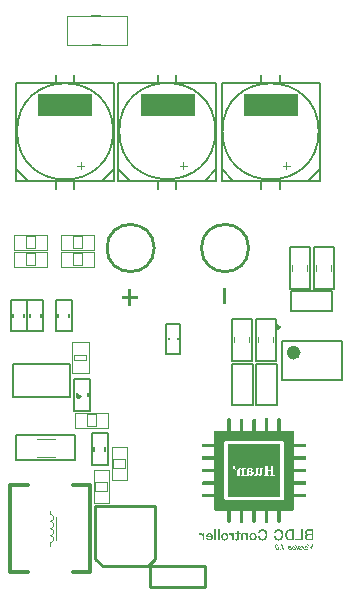
<source format=gbo>
G04*
G04 #@! TF.GenerationSoftware,Altium Limited,Altium Designer,21.3.2 (30)*
G04*
G04 Layer_Color=32896*
%FSTAX24Y24*%
%MOIN*%
G70*
G04*
G04 #@! TF.SameCoordinates,BF0EC633-498B-4F46-9C25-626D02BDF3A5*
G04*
G04*
G04 #@! TF.FilePolarity,Positive*
G04*
G01*
G75*
%ADD11C,0.0100*%
%ADD13C,0.0079*%
%ADD14C,0.0039*%
%ADD16C,0.0040*%
%ADD17C,0.0050*%
%ADD18C,0.0118*%
%ADD45C,0.0236*%
%ADD121C,0.0098*%
%ADD122R,0.1801X0.0768*%
G36*
X043621Y025375D02*
X043649D01*
Y025361D01*
X043664D01*
Y024967D01*
X04396D01*
Y025333D01*
X043974D01*
Y025347D01*
X043988D01*
Y025361D01*
X044058D01*
Y025347D01*
X044072D01*
Y025319D01*
X044086D01*
Y024967D01*
X044382D01*
Y025333D01*
X044397D01*
Y025347D01*
X044411D01*
Y025361D01*
X044467D01*
Y025347D01*
X044495D01*
Y024967D01*
X044791D01*
Y024981D01*
X044805D01*
Y025305D01*
X044791D01*
Y025333D01*
X044805D01*
Y025361D01*
X044819D01*
Y025375D01*
X04489D01*
Y025361D01*
X044904D01*
Y025347D01*
X044918D01*
Y024967D01*
X045214D01*
Y025347D01*
X045228D01*
Y025361D01*
X045242D01*
Y025375D01*
X045313D01*
Y025361D01*
X045327D01*
Y024967D01*
X04575D01*
Y024953D01*
X045764D01*
Y024938D01*
X045778D01*
Y024516D01*
X046173D01*
Y024501D01*
X046187D01*
Y024431D01*
X046173D01*
Y024417D01*
X046159D01*
Y024403D01*
X045778D01*
Y024107D01*
X046159D01*
Y024093D01*
X046173D01*
Y024079D01*
X046187D01*
Y024008D01*
X046173D01*
Y023994D01*
X045778D01*
Y023698D01*
X046116D01*
Y023684D01*
X046159D01*
Y02367D01*
X046173D01*
Y023599D01*
X046159D01*
Y023585D01*
X046144D01*
Y023571D01*
X045778D01*
Y023275D01*
X046159D01*
Y023261D01*
X046173D01*
Y023247D01*
X046187D01*
Y023176D01*
X046173D01*
Y023162D01*
X045792D01*
Y023148D01*
X045778D01*
Y022866D01*
X045792D01*
Y022852D01*
X046116D01*
Y022866D01*
X046144D01*
Y022852D01*
X046173D01*
Y022838D01*
X046187D01*
Y022768D01*
X046173D01*
Y022754D01*
X046159D01*
Y022739D01*
X045778D01*
Y022331D01*
X045764D01*
Y022303D01*
X045736D01*
Y022288D01*
X045327D01*
Y021908D01*
X045313D01*
Y021894D01*
X045299D01*
Y02188D01*
X045242D01*
Y021894D01*
X045228D01*
Y021908D01*
X045214D01*
Y022288D01*
X044918D01*
Y021908D01*
X044904D01*
Y021894D01*
X04489D01*
Y02188D01*
X044834D01*
Y021894D01*
X044805D01*
Y021922D01*
X044791D01*
Y02195D01*
X044805D01*
Y022274D01*
X044791D01*
Y022288D01*
X044495D01*
Y021922D01*
X044481D01*
Y021908D01*
X044467D01*
Y021894D01*
X044411D01*
Y021908D01*
X044397D01*
Y021922D01*
X044382D01*
Y022288D01*
X044086D01*
Y021922D01*
X044072D01*
Y021894D01*
X044044D01*
Y02188D01*
X044002D01*
Y021894D01*
X043974D01*
Y021922D01*
X04396D01*
Y022288D01*
X043664D01*
Y021908D01*
X043649D01*
Y021894D01*
X043635D01*
Y02188D01*
X043579D01*
Y021894D01*
X043565D01*
Y021908D01*
X043551D01*
Y022288D01*
X043156D01*
Y022303D01*
X043128D01*
Y022317D01*
X043114D01*
Y022331D01*
X0431D01*
Y022401D01*
Y022415D01*
Y022739D01*
X042719D01*
Y022754D01*
X042705D01*
Y022768D01*
X042691D01*
Y022838D01*
X042705D01*
Y022852D01*
X0431D01*
Y023148D01*
X042747D01*
Y023162D01*
X042719D01*
Y023191D01*
X042705D01*
Y023233D01*
X042719D01*
Y023261D01*
X042747D01*
Y023275D01*
X0431D01*
Y023571D01*
X042747D01*
Y023585D01*
X042719D01*
Y023613D01*
X042705D01*
Y023656D01*
X042719D01*
Y02367D01*
X042733D01*
Y023684D01*
X042761D01*
Y023698D01*
X0431D01*
Y023994D01*
X042719D01*
Y024008D01*
X042705D01*
Y024022D01*
X042691D01*
Y024079D01*
X042705D01*
Y024093D01*
X042719D01*
Y024107D01*
X0431D01*
Y024403D01*
X042733D01*
Y024417D01*
X042705D01*
Y024431D01*
X042691D01*
Y024487D01*
X042705D01*
Y024501D01*
X042719D01*
Y024516D01*
X0431D01*
Y024924D01*
X043114D01*
Y024953D01*
X043128D01*
Y024967D01*
X043551D01*
Y025361D01*
X043565D01*
Y025375D01*
X043593D01*
Y02539D01*
X043621D01*
Y025375D01*
D02*
G37*
G36*
X04349Y02919D02*
X043395D01*
Y02973D01*
X04349D01*
Y02919D01*
D02*
G37*
G36*
X040348Y029452D02*
X04057D01*
Y029352D01*
X040348D01*
Y02913D01*
X040253D01*
Y029352D01*
X040031D01*
Y029452D01*
X040253D01*
Y029674D01*
X040348D01*
Y029452D01*
D02*
G37*
G36*
X045852Y021134D02*
X045826D01*
X045815Y021167D01*
X045841D01*
X045852Y021134D01*
D02*
G37*
G36*
X046381Y020981D02*
X046358D01*
X046222Y021169D01*
X046252D01*
X046356Y021022D01*
X04636Y021169D01*
X04639D01*
X046381Y020981D01*
D02*
G37*
G36*
X046174Y021107D02*
X046178Y021107D01*
X046182Y021106D01*
X046187Y021105D01*
X046194Y021103D01*
X046198Y021101D01*
X046201Y0211D01*
X046204Y021098D01*
X046206Y021097D01*
X046209Y021096D01*
X046211Y021095D01*
X046212Y021093D01*
X046213Y021093D01*
X046214Y021092D01*
X046214Y021092D01*
X046219Y021088D01*
X046223Y021085D01*
X046227Y02108D01*
X04623Y021077D01*
X046234Y021073D01*
X046236Y021068D01*
X046239Y021065D01*
X046241Y021061D01*
X046243Y021057D01*
X046245Y021054D01*
X046246Y021051D01*
X046247Y021049D01*
X046248Y021047D01*
X046249Y021045D01*
X046249Y021044D01*
Y021044D01*
X046251Y021038D01*
X046252Y021033D01*
X046253Y021028D01*
X046254Y021024D01*
Y02102D01*
Y021016D01*
X046253Y021012D01*
X046253Y021009D01*
X046252Y021006D01*
X046251Y021004D01*
X04625Y021002D01*
X04625Y021D01*
X046249Y020998D01*
X046248Y020997D01*
X046248Y020997D01*
Y020997D01*
X046246Y020994D01*
X046243Y020991D01*
X04624Y020989D01*
X046238Y020987D01*
X046234Y020985D01*
X046231Y020984D01*
X046225Y020982D01*
X046219Y020981D01*
X046217Y020981D01*
X046215Y02098D01*
X046213Y02098D01*
X04621D01*
X046206Y02098D01*
X046201Y020981D01*
X046193Y020982D01*
X046189Y020983D01*
X046185Y020985D01*
X046182Y020986D01*
X046178Y020987D01*
X046176Y020988D01*
X046173Y02099D01*
X046171Y020991D01*
X046169Y020992D01*
X046168Y020993D01*
X046166Y020994D01*
X046166Y020994D01*
X046166Y020994D01*
X046163Y020996D01*
X04616Y020999D01*
X046156Y021004D01*
X046152Y021009D01*
X046148Y021015D01*
X046144Y02102D01*
X046143Y021022D01*
X046142Y021024D01*
X046141Y021025D01*
X04614Y021026D01*
X04614Y021027D01*
X04614Y021027D01*
X046169D01*
X04617Y021024D01*
X046172Y02102D01*
X046174Y021017D01*
X046176Y021014D01*
X046178Y021013D01*
X04618Y021011D01*
X046181Y02101D01*
X046181Y02101D01*
X046184Y021008D01*
X046188Y021007D01*
X046191Y021005D01*
X046194Y021005D01*
X046197Y021004D01*
X0462Y021004D01*
X046202D01*
X046207Y021004D01*
X046211Y021005D01*
X046214Y021007D01*
X046217Y021009D01*
X046219Y02101D01*
X04622Y021012D01*
X046221Y021013D01*
X046221Y021013D01*
X046222Y021015D01*
X046223Y021017D01*
X046224Y021021D01*
Y021026D01*
X046224Y021031D01*
X046223Y021035D01*
X046223Y021037D01*
X046222Y021038D01*
X046222Y021039D01*
X046222Y02104D01*
X046222Y021041D01*
Y021041D01*
X046136D01*
X046134Y021047D01*
X046133Y021053D01*
X046132Y021059D01*
X046131Y021063D01*
X046131Y021068D01*
Y021072D01*
Y021076D01*
X046131Y021079D01*
X046132Y021082D01*
X046132Y021084D01*
X046133Y021086D01*
X046133Y021088D01*
X046134Y021089D01*
X046134Y02109D01*
X046135Y021091D01*
Y021091D01*
X046137Y021094D01*
X046139Y021097D01*
X046142Y021099D01*
X046145Y021101D01*
X046147Y021102D01*
X046151Y021104D01*
X046156Y021106D01*
X046161Y021107D01*
X046163Y021107D01*
X046165Y021107D01*
X046167Y021108D01*
X046169D01*
X046174Y021107D01*
D02*
G37*
G36*
X045368Y021166D02*
X045371Y021162D01*
X045373Y021158D01*
X045376Y021155D01*
X045379Y021153D01*
X045381Y021151D01*
X045382Y02115D01*
X045383Y021149D01*
X045383D01*
X045387Y021147D01*
X045391Y021145D01*
X045395Y021143D01*
X045399Y021142D01*
X045402Y021142D01*
X045404Y021142D01*
X045405Y021141D01*
X045419D01*
X045425Y021123D01*
X045393D01*
X045441Y020983D01*
X045411D01*
X045347Y021171D01*
X045365D01*
X045368Y021166D01*
D02*
G37*
G36*
X04601Y021107D02*
X046016Y021107D01*
X046021Y021106D01*
X046027Y021105D01*
X046031Y021104D01*
X046036Y021102D01*
X04604Y021101D01*
X046044Y021099D01*
X046048Y021097D01*
X046051Y021096D01*
X046054Y021094D01*
X046056Y021093D01*
X046058Y021091D01*
X046059Y021091D01*
X04606Y02109D01*
X04606Y02109D01*
X046063Y021087D01*
X046066Y021085D01*
X046068Y021083D01*
X046069Y02108D01*
X04607Y021079D01*
X046071Y021077D01*
X046072Y021076D01*
X046072Y021076D01*
X046062Y021105D01*
X046089D01*
X04613Y020982D01*
X046104D01*
X046082Y021045D01*
X046079Y021049D01*
X046076Y021053D01*
X046072Y021057D01*
X046068Y02106D01*
X046065Y021063D01*
X046062Y021065D01*
X046061Y021066D01*
X046061Y021067D01*
X04606Y021067D01*
X04606D01*
X046056Y02107D01*
X046053Y021072D01*
X04605Y021073D01*
X046048Y021075D01*
X046042Y021077D01*
X046037Y021079D01*
X046034Y021079D01*
X046032Y02108D01*
X04603Y02108D01*
X046029Y02108D01*
X046028D01*
X046023Y02108D01*
X046021Y02108D01*
X046018D01*
X046016Y021079D01*
X046015Y021079D01*
X046014Y021079D01*
X046014D01*
X046004Y021108D01*
X04601Y021107D01*
D02*
G37*
G36*
X045904Y020982D02*
X045877D01*
X045836Y021105D01*
X045862D01*
X045904Y020982D01*
D02*
G37*
G36*
X045605Y021107D02*
X04561Y021107D01*
X045614Y021106D01*
X045618Y021104D01*
X045622Y021102D01*
X045626Y0211D01*
X045629Y021098D01*
X045632Y021096D01*
X045635Y021094D01*
X045638Y021092D01*
X045641Y02109D01*
X045643Y021088D01*
X045644Y021087D01*
X045645Y021085D01*
X045646Y021085D01*
X045646Y021084D01*
X045639Y021105D01*
X045666D01*
X045708Y020982D01*
X045681D01*
X04566Y021044D01*
X045659Y021047D01*
X045657Y02105D01*
X045654Y021056D01*
X045649Y021061D01*
X045645Y021066D01*
X045641Y02107D01*
X045639Y021072D01*
X045638Y021073D01*
X045636Y021074D01*
X045635Y021075D01*
X045635Y021075D01*
X045634Y021076D01*
X04563Y021079D01*
X045625Y021081D01*
X045621Y021083D01*
X045618Y021084D01*
X045616Y021085D01*
X045614Y021085D01*
X045613Y021085D01*
X045612D01*
X045608Y021085D01*
X045605Y021085D01*
X045603Y021084D01*
X045601Y021083D01*
X0456Y021081D01*
X045599Y02108D01*
X045598Y02108D01*
X045598Y02108D01*
X045597Y021078D01*
X045596Y021075D01*
X045596Y021073D01*
Y021071D01*
X045596Y021069D01*
X045597Y021067D01*
X045597Y021066D01*
Y021066D01*
X045626Y020982D01*
X045599D01*
X045568Y021072D01*
X045567Y021077D01*
X045567Y021081D01*
X045567Y021085D01*
X045568Y021088D01*
X045568Y021091D01*
X045569Y021092D01*
X04557Y021094D01*
X04557Y021094D01*
X045572Y021097D01*
X045574Y021099D01*
X045576Y021101D01*
X045579Y021102D01*
X045584Y021104D01*
X045589Y021106D01*
X045594Y021107D01*
X045596Y021107D01*
X045598Y021107D01*
X045599Y021108D01*
X045601D01*
X045605Y021107D01*
D02*
G37*
G36*
X045348Y020982D02*
X045318D01*
X045308Y021011D01*
X045338D01*
X045348Y020982D01*
D02*
G37*
G36*
X045177Y021171D02*
X045182Y02117D01*
X045186Y021169D01*
X04519Y021169D01*
X045197Y021166D01*
X045201Y021165D01*
X045204Y021163D01*
X045207Y021162D01*
X045209Y02116D01*
X045212Y021159D01*
X045214Y021158D01*
X045215Y021157D01*
X045216Y021156D01*
X045217Y021156D01*
X045217Y021155D01*
X045223Y021151D01*
X045228Y021146D01*
X045232Y021141D01*
X045237Y021135D01*
X045241Y02113D01*
X045245Y021124D01*
X045248Y021118D01*
X045251Y021113D01*
X045254Y021107D01*
X045256Y021102D01*
X045258Y021098D01*
X04526Y021094D01*
X045261Y021091D01*
X045262Y021088D01*
X045262Y021087D01*
X045263Y021086D01*
Y021086D01*
X04527Y021065D01*
X045273Y021056D01*
X045275Y021049D01*
X045276Y021041D01*
X045277Y021035D01*
X045277Y021028D01*
Y021023D01*
X045277Y021018D01*
X045277Y021013D01*
X045276Y021009D01*
X045275Y021006D01*
X045274Y021003D01*
X045273Y021001D01*
X045273Y020999D01*
X045272Y020998D01*
X045272Y020997D01*
X045271Y020997D01*
X045269Y020994D01*
X045267Y020991D01*
X045264Y020989D01*
X045262Y020988D01*
X045259Y020986D01*
X045256Y020985D01*
X045251Y020983D01*
X045246Y020982D01*
X045244Y020982D01*
X045241Y020981D01*
X04524Y020981D01*
X045238D01*
X045233Y020981D01*
X045229Y020982D01*
X045225Y020983D01*
X045221Y020984D01*
X045213Y020986D01*
X04521Y020987D01*
X045207Y020989D01*
X045204Y02099D01*
X045201Y020992D01*
X045199Y020993D01*
X045197Y020994D01*
X045196Y020995D01*
X045195Y020996D01*
X045194Y020996D01*
X045194Y020997D01*
X045188Y021001D01*
X045183Y021006D01*
X045178Y021011D01*
X045174Y021016D01*
X04517Y021022D01*
X045166Y021028D01*
X045163Y021034D01*
X04516Y021039D01*
X045157Y021044D01*
X045155Y021049D01*
X045153Y021053D01*
X045151Y021057D01*
X04515Y021061D01*
X045149Y021063D01*
X045149Y021064D01*
X045148Y021065D01*
X045141Y021086D01*
X045138Y021095D01*
X045136Y021103D01*
X045135Y02111D01*
X045134Y021117D01*
X045134Y021123D01*
X045133Y021129D01*
X045134Y021134D01*
X045134Y021139D01*
X045135Y021142D01*
X045136Y021146D01*
X045137Y021149D01*
X045137Y021151D01*
X045138Y021153D01*
X045139Y021154D01*
X045139Y021155D01*
X045139Y021155D01*
X045142Y021158D01*
X045144Y021161D01*
X045146Y021163D01*
X045149Y021164D01*
X045152Y021166D01*
X045155Y021167D01*
X04516Y021169D01*
X045165Y02117D01*
X045167Y02117D01*
X045169Y021171D01*
X045171Y021171D01*
X045173D01*
X045177Y021171D01*
D02*
G37*
G36*
X045947Y021107D02*
X045952Y021107D01*
X04596Y021106D01*
X045967Y021103D01*
X04597Y021102D01*
X045973Y021101D01*
X045976Y0211D01*
X045978Y021099D01*
X04598Y021097D01*
X045982Y021096D01*
X045983Y021096D01*
X045984Y021095D01*
X045985Y021095D01*
X045985Y021094D01*
X04599Y02109D01*
X045994Y021086D01*
X045997Y021082D01*
X046Y021078D01*
X046002Y021074D01*
X046003Y021072D01*
X046003Y021071D01*
X046004Y02107D01*
X046004Y021069D01*
Y021069D01*
X046004Y021067D01*
X046005Y021065D01*
X046005Y021061D01*
X046005Y021057D01*
X046004Y021054D01*
X046003Y021051D01*
X046002Y021049D01*
X046001Y021048D01*
X046001Y021047D01*
X045999Y021045D01*
X045997Y021043D01*
X045995Y021042D01*
X045992Y02104D01*
X04599Y021039D01*
X045988Y021039D01*
X045987Y021038D01*
X045986Y021038D01*
X045983Y021037D01*
X045979Y021036D01*
X045974Y021034D01*
X04597Y021033D01*
X045966Y021032D01*
X045964Y021032D01*
X045963Y021031D01*
X045962Y021031D01*
X045961Y021031D01*
X04596Y02103D01*
X04596D01*
X045957Y02103D01*
X045955Y021029D01*
X045953Y021028D01*
X045952Y021027D01*
X045951Y021026D01*
X04595Y021025D01*
X04595Y021025D01*
Y021025D01*
X045949Y021023D01*
X045948Y021022D01*
X045948Y021021D01*
X045947Y02102D01*
X045948Y021018D01*
Y021018D01*
Y021017D01*
X045948Y021016D01*
X045949Y021014D01*
X045951Y021011D01*
X045952Y02101D01*
X045953Y021009D01*
X045954Y021009D01*
X045954Y021009D01*
X045957Y021007D01*
X045961Y021005D01*
X045965Y021004D01*
X045969Y021004D01*
X045973Y021003D01*
X045975Y021003D01*
X045978D01*
X045983Y021003D01*
X045987Y021004D01*
X04599Y021005D01*
X045992Y021007D01*
X045994Y021008D01*
X045995Y021009D01*
X045996Y02101D01*
X045996Y02101D01*
X045997Y021012D01*
X045997Y021014D01*
Y021016D01*
Y021019D01*
X045997Y021021D01*
X045996Y021023D01*
X045996Y021024D01*
Y021024D01*
X046022D01*
X046023Y021021D01*
X046024Y021017D01*
X046025Y021014D01*
X046025Y021011D01*
Y021006D01*
X046024Y021001D01*
X046024Y020998D01*
X046023Y020995D01*
X046022Y020995D01*
X046022Y020994D01*
X046022Y020994D01*
Y020993D01*
X04602Y020991D01*
X046017Y020989D01*
X046015Y020987D01*
X046012Y020986D01*
X046006Y020983D01*
X046Y020982D01*
X045994Y020981D01*
X045992Y020981D01*
X045989Y02098D01*
X045988Y02098D01*
X045985D01*
X04598Y02098D01*
X045975Y020981D01*
X045971Y020981D01*
X045966Y020982D01*
X045962Y020983D01*
X045959Y020984D01*
X045955Y020985D01*
X045952Y020987D01*
X045949Y020988D01*
X045947Y020989D01*
X045945Y02099D01*
X045943Y020991D01*
X045941Y020992D01*
X04594Y020993D01*
X04594Y020993D01*
X045939Y020993D01*
X045934Y020998D01*
X04593Y021002D01*
X045926Y021006D01*
X045924Y02101D01*
X045922Y021014D01*
X045921Y021016D01*
X04592Y021017D01*
X04592Y021018D01*
X04592Y021018D01*
Y021019D01*
X045918Y021023D01*
X045918Y021027D01*
X045918Y021031D01*
X045919Y021034D01*
X04592Y021037D01*
X04592Y021039D01*
X045921Y02104D01*
X045921Y02104D01*
X045923Y021042D01*
X045924Y021043D01*
X045928Y021046D01*
X04593Y021047D01*
X045931Y021048D01*
X045932Y021048D01*
X045933Y021048D01*
X045936Y02105D01*
X045939Y021051D01*
X045943Y021052D01*
X045946Y021053D01*
X045949Y021054D01*
X045952Y021054D01*
X045953Y021054D01*
X045953Y021055D01*
X045954D01*
X045957Y021056D01*
X04596Y021056D01*
X045963Y021058D01*
X045965Y021058D01*
X045967Y021059D01*
X045969Y02106D01*
X045971Y021061D01*
X045972Y021061D01*
X045974Y021062D01*
X045975Y021063D01*
X045975Y021063D01*
X045976Y021064D01*
X045976Y021065D01*
Y021067D01*
X045976Y021068D01*
Y021069D01*
Y021069D01*
X045975Y021071D01*
X045974Y021073D01*
X045972Y021076D01*
X045971Y021077D01*
X04597Y021078D01*
X045969Y021078D01*
X045968Y021079D01*
X045966Y02108D01*
X045963Y021082D01*
X04596Y021083D01*
X045957Y021084D01*
X045955Y021084D01*
X045953Y021084D01*
X045949D01*
X045946Y021084D01*
X045942Y021084D01*
X045939Y021083D01*
X045936Y021081D01*
X045934Y02108D01*
X045933Y021079D01*
X045933Y021079D01*
X045932Y021079D01*
X045932Y021078D01*
Y021076D01*
Y021074D01*
Y021072D01*
X045932Y021071D01*
X045932Y021069D01*
X045933Y021068D01*
Y021067D01*
X045906D01*
X045905Y021071D01*
X045904Y021073D01*
X045904Y021079D01*
X045904Y021084D01*
X045905Y021088D01*
X045906Y021091D01*
X045907Y021093D01*
X045908Y021095D01*
X045908Y021095D01*
X04591Y021098D01*
X045912Y021099D01*
X045914Y021101D01*
X045917Y021102D01*
X045923Y021105D01*
X045928Y021106D01*
X045934Y021107D01*
X045936Y021107D01*
X045938D01*
X04594Y021108D01*
X045943D01*
X045947Y021107D01*
D02*
G37*
G36*
X045754D02*
X045759Y021107D01*
X045763Y021106D01*
X045767Y021105D01*
X045775Y021102D01*
X045779Y021101D01*
X045782Y021099D01*
X045785Y021098D01*
X045788Y021096D01*
X045791Y021095D01*
X045793Y021093D01*
X045794Y021092D01*
X045795Y021092D01*
X045796Y021091D01*
X045796Y021091D01*
X045801Y021087D01*
X045805Y021084D01*
X045809Y02108D01*
X045812Y021076D01*
X045815Y021072D01*
X045818Y021068D01*
X045821Y021064D01*
X045823Y02106D01*
X045825Y021057D01*
X045827Y021054D01*
X045828Y021051D01*
X045829Y021049D01*
X04583Y021047D01*
X045831Y021045D01*
X045831Y021044D01*
Y021044D01*
X045833Y021038D01*
X045834Y021034D01*
X045835Y021029D01*
X045835Y021024D01*
Y02102D01*
X045835Y021016D01*
X045834Y021013D01*
X045834Y02101D01*
X045833Y021007D01*
X045832Y021004D01*
X045831Y021002D01*
X04583Y021D01*
X04583Y020999D01*
X045829Y020997D01*
X045829Y020997D01*
X045828Y020997D01*
X045826Y020994D01*
X045824Y020991D01*
X045821Y020989D01*
X045818Y020987D01*
X045815Y020985D01*
X045812Y020984D01*
X045807Y020982D01*
X045801Y020981D01*
X045799Y020981D01*
X045797Y02098D01*
X045795Y02098D01*
X045793D01*
X045788Y02098D01*
X045784Y020981D01*
X04578Y020982D01*
X045775Y020983D01*
X045768Y020985D01*
X045764Y020987D01*
X04576Y020988D01*
X045757Y02099D01*
X045755Y020991D01*
X045752Y020993D01*
X04575Y020994D01*
X045749Y020995D01*
X045747Y020996D01*
X045747Y020996D01*
X045746Y020997D01*
X045742Y021D01*
X045738Y021004D01*
X045734Y021008D01*
X04573Y021012D01*
X045727Y021016D01*
X045724Y02102D01*
X045722Y021024D01*
X04572Y021027D01*
X045718Y02103D01*
X045716Y021034D01*
X045715Y021037D01*
X045713Y021039D01*
X045713Y021041D01*
X045712Y021042D01*
X045712Y021043D01*
Y021044D01*
X04571Y021049D01*
X045709Y021054D01*
X045708Y021059D01*
X045708Y021063D01*
Y021067D01*
X045708Y021071D01*
X045709Y021075D01*
X045709Y021078D01*
X04571Y021081D01*
X045711Y021084D01*
X045712Y021086D01*
X045712Y021088D01*
X045713Y021089D01*
X045714Y02109D01*
X045714Y021091D01*
X045714Y021091D01*
X045717Y021094D01*
X045719Y021097D01*
X045722Y021099D01*
X045724Y021101D01*
X045727Y021102D01*
X04573Y021104D01*
X045736Y021106D01*
X045741Y021107D01*
X045744Y021107D01*
X045746Y021107D01*
X045747Y021108D01*
X04575D01*
X045754Y021107D01*
D02*
G37*
G36*
X04527Y021679D02*
X045282Y021678D01*
X045292Y021676D01*
X045303Y021673D01*
X045312Y02167D01*
X045321Y021667D01*
X045329Y021663D01*
X045337Y021659D01*
X045343Y021655D01*
X045349Y021651D01*
X045354Y021648D01*
X045358Y021645D01*
X045362Y021642D01*
X045364Y02164D01*
X045365Y021639D01*
X045366Y021638D01*
X045376Y021627D01*
X045384Y021616D01*
X045391Y021604D01*
X045397Y021592D01*
X045403Y021579D01*
X045407Y021567D01*
X045411Y021554D01*
X045414Y021543D01*
X045416Y021532D01*
X045417Y021522D01*
X045419Y021512D01*
X045419Y021505D01*
X04542Y021498D01*
X04542Y021493D01*
Y02149D01*
Y021489D01*
Y021489D01*
X04542Y021472D01*
X045418Y021456D01*
X045415Y021441D01*
X045412Y021426D01*
X045408Y021413D01*
X045403Y021401D01*
X045398Y02139D01*
X045393Y02138D01*
X045388Y021371D01*
X045383Y021363D01*
X045379Y021357D01*
X045374Y021352D01*
X045371Y021347D01*
X045368Y021344D01*
X045366Y021342D01*
X045366Y021341D01*
X045358Y021334D01*
X04535Y021328D01*
X04534Y021322D01*
X045332Y021317D01*
X045322Y021313D01*
X045314Y02131D01*
X045305Y021307D01*
X045296Y021305D01*
X045289Y021304D01*
X045281Y021302D01*
X045275Y021302D01*
X045269Y021301D01*
X045264D01*
X045261Y0213D01*
X045258D01*
X045245Y021301D01*
X045234Y021302D01*
X045223Y021304D01*
X045212Y021306D01*
X045203Y021309D01*
X045193Y021312D01*
X045186Y021315D01*
X045179Y021319D01*
X045172Y021322D01*
X045166Y021326D01*
X045162Y021329D01*
X045158Y021332D01*
X045155Y021334D01*
X045153Y021336D01*
X045152Y021337D01*
X045151Y021337D01*
X045143Y021345D01*
X045137Y021354D01*
X045132Y021364D01*
X045127Y021373D01*
X045123Y021384D01*
X045119Y021394D01*
X045116Y021404D01*
X045113Y021413D01*
X045111Y021422D01*
X04511Y021431D01*
X045109Y021438D01*
X045108Y021445D01*
X045108Y02145D01*
X045107Y021455D01*
Y021457D01*
Y021458D01*
X045169D01*
X045169Y021447D01*
X04517Y021438D01*
X045172Y021429D01*
X045174Y02142D01*
X045176Y021413D01*
X045178Y021406D01*
X04518Y021399D01*
X045183Y021393D01*
X045186Y021389D01*
X045188Y021384D01*
X04519Y021381D01*
X045192Y021378D01*
X045194Y021375D01*
X045196Y021374D01*
X045197Y021373D01*
X045197Y021372D01*
X045201Y021368D01*
X045206Y021365D01*
X045216Y02136D01*
X045226Y021356D01*
X045236Y021353D01*
X045244Y021352D01*
X045249Y021351D01*
X045252D01*
X045255Y02135D01*
X045258D01*
X045265Y021351D01*
X045272Y021352D01*
X045284Y021355D01*
X045295Y021359D01*
X045304Y021364D01*
X045312Y021368D01*
X045315Y02137D01*
X045317Y021372D01*
X045319Y021374D01*
X045321Y021375D01*
X045321Y021376D01*
X045322Y021377D01*
X045328Y021384D01*
X045334Y021392D01*
X045339Y0214D01*
X045343Y021409D01*
X045346Y021419D01*
X04535Y021428D01*
X045352Y021437D01*
X045354Y021446D01*
X045355Y021455D01*
X045356Y021463D01*
X045357Y02147D01*
X045358Y021476D01*
X045358Y021482D01*
Y021485D01*
Y021488D01*
Y021489D01*
X045358Y021502D01*
X045357Y021515D01*
X045355Y021527D01*
X045353Y021538D01*
X04535Y021548D01*
X045347Y021558D01*
X045343Y021566D01*
X04534Y021573D01*
X045337Y02158D01*
X045333Y021586D01*
X04533Y02159D01*
X045328Y021594D01*
X045326Y021597D01*
X045324Y021599D01*
X045322Y0216D01*
X045322Y021601D01*
X045317Y021606D01*
X045311Y02161D01*
X045306Y021614D01*
X0453Y021617D01*
X045289Y021622D01*
X04528Y021625D01*
X045271Y021627D01*
X045267Y021628D01*
X045264Y021628D01*
X045262Y021629D01*
X045252D01*
X045246Y021628D01*
X045235Y021625D01*
X045226Y021621D01*
X045217Y021617D01*
X04521Y021613D01*
X045205Y021609D01*
X045204Y021607D01*
X045202Y021606D01*
X045202Y021605D01*
X045201Y021605D01*
X045197Y021601D01*
X045194Y021596D01*
X045188Y021585D01*
X045183Y021574D01*
X04518Y021563D01*
X045178Y021552D01*
X045177Y021548D01*
X045176Y021544D01*
X045176Y021541D01*
X045175Y021538D01*
Y021537D01*
Y021536D01*
X045113D01*
X045114Y021548D01*
X045116Y02156D01*
X045118Y021571D01*
X045121Y021581D01*
X045124Y02159D01*
X045128Y021599D01*
X045131Y021607D01*
X045135Y021614D01*
X045139Y021621D01*
X045142Y021626D01*
X045146Y021631D01*
X045149Y021635D01*
X045152Y021638D01*
X045154Y02164D01*
X045155Y021642D01*
X045155Y021642D01*
X045162Y021649D01*
X04517Y021654D01*
X045179Y02166D01*
X045187Y021664D01*
X045196Y021668D01*
X045204Y021671D01*
X045213Y021673D01*
X045221Y021675D01*
X045229Y021677D01*
X045236Y021678D01*
X045242Y021679D01*
X045248Y021679D01*
X045252Y02168D01*
X045258D01*
X04527Y021679D01*
D02*
G37*
G36*
X044736D02*
X044747Y021678D01*
X044758Y021676D01*
X044768Y021673D01*
X044778Y02167D01*
X044786Y021667D01*
X044795Y021663D01*
X044802Y021659D01*
X044809Y021655D01*
X044815Y021651D01*
X04482Y021648D01*
X044824Y021645D01*
X044827Y021642D01*
X044829Y02164D01*
X044831Y021639D01*
X044831Y021638D01*
X044841Y021627D01*
X044849Y021616D01*
X044857Y021604D01*
X044863Y021592D01*
X044868Y021579D01*
X044873Y021567D01*
X044876Y021554D01*
X044879Y021543D01*
X044881Y021532D01*
X044883Y021522D01*
X044884Y021512D01*
X044885Y021505D01*
X044885Y021498D01*
X044886Y021493D01*
Y02149D01*
Y021489D01*
Y021489D01*
X044885Y021472D01*
X044883Y021456D01*
X044881Y021441D01*
X044877Y021426D01*
X044873Y021413D01*
X044869Y021401D01*
X044863Y02139D01*
X044858Y02138D01*
X044853Y021371D01*
X044849Y021363D01*
X044844Y021357D01*
X04484Y021352D01*
X044836Y021347D01*
X044834Y021344D01*
X044832Y021342D01*
X044831Y021341D01*
X044823Y021334D01*
X044815Y021328D01*
X044806Y021322D01*
X044797Y021317D01*
X044788Y021313D01*
X044779Y02131D01*
X044771Y021307D01*
X044762Y021305D01*
X044754Y021304D01*
X044747Y021302D01*
X044741Y021302D01*
X044735Y021301D01*
X04473D01*
X044727Y0213D01*
X044724D01*
X044711Y021301D01*
X044699Y021302D01*
X044688Y021304D01*
X044677Y021306D01*
X044668Y021309D01*
X044659Y021312D01*
X044651Y021315D01*
X044644Y021319D01*
X044638Y021322D01*
X044632Y021326D01*
X044627Y021329D01*
X044624Y021332D01*
X044621Y021334D01*
X044618Y021336D01*
X044617Y021337D01*
X044617Y021337D01*
X044609Y021345D01*
X044603Y021354D01*
X044597Y021364D01*
X044592Y021373D01*
X044588Y021384D01*
X044585Y021394D01*
X044581Y021404D01*
X044579Y021413D01*
X044577Y021422D01*
X044576Y021431D01*
X044574Y021438D01*
X044574Y021445D01*
X044573Y02145D01*
X044573Y021455D01*
Y021457D01*
Y021458D01*
X044634D01*
X044635Y021447D01*
X044636Y021438D01*
X044637Y021429D01*
X044639Y02142D01*
X044641Y021413D01*
X044643Y021406D01*
X044646Y021399D01*
X044648Y021393D01*
X044651Y021389D01*
X044654Y021384D01*
X044656Y021381D01*
X044658Y021378D01*
X04466Y021375D01*
X044662Y021374D01*
X044662Y021373D01*
X044663Y021372D01*
X044667Y021368D01*
X044671Y021365D01*
X044681Y02136D01*
X044692Y021356D01*
X044701Y021353D01*
X04471Y021352D01*
X044714Y021351D01*
X044717D01*
X04472Y02135D01*
X044724D01*
X044731Y021351D01*
X044738Y021352D01*
X04475Y021355D01*
X04476Y021359D01*
X04477Y021364D01*
X044777Y021368D01*
X04478Y02137D01*
X044783Y021372D01*
X044785Y021374D01*
X044786Y021375D01*
X044787Y021376D01*
X044787Y021377D01*
X044794Y021384D01*
X044799Y021392D01*
X044804Y0214D01*
X044808Y021409D01*
X044812Y021419D01*
X044815Y021428D01*
X044817Y021437D01*
X044819Y021446D01*
X044821Y021455D01*
X044822Y021463D01*
X044823Y02147D01*
X044823Y021476D01*
X044824Y021482D01*
Y021485D01*
Y021488D01*
Y021489D01*
X044823Y021502D01*
X044822Y021515D01*
X04482Y021527D01*
X044818Y021538D01*
X044816Y021548D01*
X044812Y021558D01*
X044809Y021566D01*
X044805Y021573D01*
X044802Y02158D01*
X044799Y021586D01*
X044796Y02159D01*
X044793Y021594D01*
X044791Y021597D01*
X044789Y021599D01*
X044788Y0216D01*
X044787Y021601D01*
X044782Y021606D01*
X044777Y02161D01*
X044771Y021614D01*
X044766Y021617D01*
X044755Y021622D01*
X044745Y021625D01*
X044736Y021627D01*
X044733Y021628D01*
X04473Y021628D01*
X044727Y021629D01*
X044718D01*
X044711Y021628D01*
X044701Y021625D01*
X044691Y021621D01*
X044683Y021617D01*
X044676Y021613D01*
X044671Y021609D01*
X044669Y021607D01*
X044668Y021606D01*
X044667Y021605D01*
X044667Y021605D01*
X044663Y021601D01*
X044659Y021596D01*
X044653Y021585D01*
X044649Y021574D01*
X044646Y021563D01*
X044643Y021552D01*
X044642Y021548D01*
X044642Y021544D01*
X044641Y021541D01*
X044641Y021538D01*
Y021537D01*
Y021536D01*
X044579D01*
X04458Y021548D01*
X044581Y02156D01*
X044583Y021571D01*
X044587Y021581D01*
X04459Y02159D01*
X044593Y021599D01*
X044597Y021607D01*
X044601Y021614D01*
X044604Y021621D01*
X044608Y021626D01*
X044612Y021631D01*
X044615Y021635D01*
X044617Y021638D01*
X044619Y02164D01*
X04462Y021642D01*
X044621Y021642D01*
X044628Y021649D01*
X044636Y021654D01*
X044644Y02166D01*
X044653Y021664D01*
X044662Y021668D01*
X04467Y021671D01*
X044678Y021673D01*
X044687Y021675D01*
X044694Y021677D01*
X044701Y021678D01*
X044707Y021679D01*
X044713Y021679D01*
X044718Y02168D01*
X044724D01*
X044736Y021679D01*
D02*
G37*
G36*
X043942Y021551D02*
X043993D01*
Y021507D01*
X043942D01*
Y02137D01*
X043942Y021365D01*
X043941Y02136D01*
X043939Y021351D01*
X043935Y021342D01*
X043931Y021335D01*
X043927Y021329D01*
X043924Y021324D01*
X043921Y021321D01*
X04392Y021321D01*
Y02132D01*
X043916Y021317D01*
X043911Y021314D01*
X043901Y021309D01*
X04389Y021305D01*
X04388Y021303D01*
X04387Y021301D01*
X043866Y021301D01*
X043862D01*
X043859Y0213D01*
X043855D01*
X043844Y021301D01*
X043834Y021303D01*
X043824Y021305D01*
X043816Y021308D01*
X043809Y02131D01*
X043803Y021313D01*
X043801Y021313D01*
X0438Y021314D01*
X043799Y021315D01*
X043799D01*
Y021363D01*
X04381Y021358D01*
X043821Y021355D01*
X04383Y021352D01*
X043839Y02135D01*
X043846Y021349D01*
X043852Y021348D01*
X043857D01*
X043862Y021349D01*
X043867Y021349D01*
X043872Y02135D01*
X043875Y021352D01*
X043877Y021354D01*
X043879Y021355D01*
X04388Y021355D01*
X04388Y021356D01*
X043883Y021359D01*
X043885Y021362D01*
X043887Y021366D01*
X043888Y021368D01*
X043888Y021371D01*
X043889Y021373D01*
Y021374D01*
Y021375D01*
Y021507D01*
X043817D01*
Y021551D01*
X043889D01*
Y021634D01*
X043942D01*
Y021551D01*
D02*
G37*
G36*
X04296Y021555D02*
X042968Y021554D01*
X042976Y021552D01*
X042984Y02155D01*
X042991Y021548D01*
X042997Y021545D01*
X043004Y021543D01*
X043009Y02154D01*
X043014Y021537D01*
X043018Y021534D01*
X043022Y021531D01*
X043025Y021529D01*
X043027Y021527D01*
X043029Y021525D01*
X04303Y021524D01*
X043031Y021524D01*
X043037Y021517D01*
X043043Y021509D01*
X043048Y021501D01*
X043052Y021493D01*
X043056Y021485D01*
X043059Y021477D01*
X043062Y021469D01*
X043064Y021462D01*
X043065Y021455D01*
X043066Y021448D01*
X043067Y021442D01*
X043068Y021437D01*
Y021433D01*
X043068Y02143D01*
Y021428D01*
Y021428D01*
X043068Y021417D01*
X043067Y021407D01*
X043065Y021397D01*
X043063Y021388D01*
X04306Y02138D01*
X043057Y021372D01*
X043054Y021365D01*
X04305Y021358D01*
X043047Y021353D01*
X043044Y021347D01*
X043041Y021343D01*
X043039Y02134D01*
X043036Y021337D01*
X043035Y021335D01*
X043034Y021334D01*
X043033Y021333D01*
X043026Y021328D01*
X04302Y021322D01*
X043013Y021318D01*
X043006Y021314D01*
X042998Y021311D01*
X042991Y021308D01*
X042977Y021304D01*
X042971Y021303D01*
X042965Y021302D01*
X04296Y021301D01*
X042955Y021301D01*
X042951Y0213D01*
X042946D01*
X042937Y021301D01*
X042929Y021301D01*
X04292Y021303D01*
X042912Y021305D01*
X042905Y021307D01*
X042899Y021309D01*
X042893Y021312D01*
X042887Y021314D01*
X042883Y021317D01*
X042879Y021319D01*
X042875Y021322D01*
X042872Y021324D01*
X04287Y021326D01*
X042868Y021328D01*
X042867Y021328D01*
X042867Y021329D01*
X042863Y021333D01*
X04286Y021337D01*
X042854Y021347D01*
X042848Y021359D01*
X042844Y021369D01*
X042841Y021379D01*
X04284Y021384D01*
X042839Y021387D01*
X042839Y02139D01*
X042838Y021393D01*
X042838Y021394D01*
Y021395D01*
X042895D01*
X042896Y021387D01*
X042897Y02138D01*
X042899Y021374D01*
X042902Y021369D01*
X042905Y021365D01*
X042907Y021362D01*
X042908Y02136D01*
X042909Y02136D01*
X042913Y021356D01*
X042919Y021353D01*
X042925Y021351D01*
X042932Y02135D01*
X042937Y021349D01*
X042942Y021348D01*
X042946D01*
X042956Y021349D01*
X042965Y021351D01*
X042973Y021354D01*
X042979Y021357D01*
X042984Y02136D01*
X042988Y021363D01*
X04299Y021365D01*
X042991Y021366D01*
X042998Y021374D01*
X043002Y021383D01*
X043006Y021392D01*
X043008Y021401D01*
X04301Y02141D01*
X04301Y021413D01*
Y021416D01*
X043011Y021419D01*
Y021421D01*
Y021422D01*
Y021422D01*
X04284D01*
X04284Y021435D01*
X042841Y021446D01*
X042843Y021457D01*
X042844Y021467D01*
X042847Y021476D01*
X042849Y021484D01*
X042853Y021491D01*
X042855Y021498D01*
X042858Y021503D01*
X042861Y021509D01*
X042864Y021513D01*
X042866Y021516D01*
X042868Y021519D01*
X042869Y02152D01*
X04287Y021521D01*
X042871Y021522D01*
X042877Y021528D01*
X042884Y021533D01*
X042891Y021538D01*
X042897Y021541D01*
X042904Y021545D01*
X042911Y021547D01*
X042923Y021551D01*
X042929Y021553D01*
X042934Y021554D01*
X042939Y021554D01*
X042943Y021555D01*
X042946Y021556D01*
X042951D01*
X04296Y021555D01*
D02*
G37*
G36*
X04642Y021304D02*
X046248D01*
X046238Y021305D01*
X046229Y021305D01*
X046221Y021307D01*
X046213Y021308D01*
X046206Y02131D01*
X046199Y021313D01*
X046193Y021315D01*
X046188Y021318D01*
X046183Y02132D01*
X046179Y021322D01*
X046176Y021325D01*
X046173Y021327D01*
X046171Y021329D01*
X046169Y02133D01*
X046169Y021331D01*
X046168Y021331D01*
X046162Y021338D01*
X046157Y021344D01*
X046152Y021351D01*
X046149Y021358D01*
X046145Y021365D01*
X046143Y021371D01*
X046138Y021384D01*
X046137Y02139D01*
X046136Y021396D01*
X046135Y0214D01*
X046135Y021405D01*
X046134Y021408D01*
Y021411D01*
Y021412D01*
Y021413D01*
X046135Y02142D01*
X046135Y021427D01*
X046138Y02144D01*
X046143Y021452D01*
X046148Y021462D01*
X04615Y021466D01*
X046153Y021469D01*
X046155Y021472D01*
X046157Y021475D01*
X046159Y021477D01*
X04616Y021479D01*
X046161Y02148D01*
X046161Y02148D01*
X046168Y021485D01*
X046174Y02149D01*
X046181Y021493D01*
X046187Y021495D01*
X046192Y021497D01*
X046196Y021498D01*
X046199Y021499D01*
X0462D01*
X046194Y0215D01*
X046188Y021502D01*
X046183Y021505D01*
X046179Y021508D01*
X046175Y02151D01*
X046173Y021512D01*
X046171Y021514D01*
X04617Y021514D01*
X046166Y021519D01*
X046162Y021524D01*
X046158Y021529D01*
X046156Y021534D01*
X046151Y021545D01*
X046148Y021554D01*
X046147Y021563D01*
X046146Y021566D01*
Y021569D01*
X046145Y021572D01*
Y021574D01*
Y021575D01*
Y021575D01*
X046146Y021584D01*
X046146Y021591D01*
X046149Y021605D01*
X046154Y021617D01*
X046156Y021623D01*
X046158Y021627D01*
X046161Y021632D01*
X046163Y021636D01*
X046166Y021639D01*
X046168Y021642D01*
X04617Y021644D01*
X046171Y021645D01*
X046172Y021646D01*
X046172Y021646D01*
X046178Y021651D01*
X046184Y021656D01*
X046189Y02166D01*
X046196Y021663D01*
X046202Y021666D01*
X046208Y021668D01*
X04622Y021672D01*
X046225Y021673D01*
X04623Y021674D01*
X046234Y021674D01*
X046238Y021675D01*
X046241Y021675D01*
X04642D01*
Y021304D01*
D02*
G37*
G36*
X046062D02*
X045809D01*
Y021355D01*
X046003D01*
Y021675D01*
X046062D01*
Y021304D01*
D02*
G37*
G36*
X045771D02*
X045639D01*
X045627Y021305D01*
X045615Y021306D01*
X045604Y021308D01*
X045593Y021311D01*
X045584Y021314D01*
X045574Y021317D01*
X045566Y021321D01*
X045559Y021325D01*
X045552Y021329D01*
X045546Y021332D01*
X045541Y021336D01*
X045537Y021339D01*
X045534Y021342D01*
X045532Y021344D01*
X04553Y021345D01*
X04553Y021345D01*
X045521Y021355D01*
X045513Y021366D01*
X045507Y021377D01*
X0455Y021389D01*
X045496Y0214D01*
X045492Y021412D01*
X045488Y021424D01*
X045486Y021435D01*
X045484Y021445D01*
X045482Y021455D01*
X045481Y021464D01*
X04548Y021472D01*
Y021478D01*
X04548Y021483D01*
Y021486D01*
Y021487D01*
X04548Y021504D01*
X045482Y02152D01*
X045484Y021535D01*
X045487Y021549D01*
X045491Y021562D01*
X045495Y021573D01*
X045499Y021584D01*
X045504Y021594D01*
X045508Y021602D01*
X045512Y021609D01*
X045516Y021616D01*
X04552Y02162D01*
X045523Y021624D01*
X045525Y021627D01*
X045527Y021629D01*
X045528Y021629D01*
X045536Y021638D01*
X045545Y021645D01*
X045555Y021651D01*
X045564Y021656D01*
X045574Y021661D01*
X045583Y021664D01*
X045592Y021667D01*
X0456Y02167D01*
X045609Y021671D01*
X045616Y021673D01*
X045622Y021674D01*
X045628Y021675D01*
X045633D01*
X045636Y021675D01*
X045771D01*
Y021304D01*
D02*
G37*
G36*
X044118Y021555D02*
X044126Y021553D01*
X044133Y021551D01*
X04414Y021548D01*
X044147Y021545D01*
X044153Y021541D01*
X044159Y021537D01*
X044164Y021532D01*
X044168Y021527D01*
X044172Y021523D01*
X044176Y021519D01*
X044179Y021516D01*
X044181Y021513D01*
X044183Y021511D01*
X044184Y021509D01*
X044184Y021509D01*
Y021551D01*
X044237D01*
Y021304D01*
X044184D01*
Y021428D01*
X044184Y021434D01*
X044183Y02144D01*
X044182Y021446D01*
X04418Y021451D01*
X044174Y021463D01*
X044169Y021472D01*
X044164Y02148D01*
X044161Y021483D01*
X044159Y021486D01*
X044157Y021488D01*
X044156Y02149D01*
X044155Y021491D01*
X044154Y021491D01*
X044147Y021498D01*
X04414Y021502D01*
X044134Y021506D01*
X044128Y021508D01*
X044123Y02151D01*
X044119Y02151D01*
X044117Y021511D01*
X044116D01*
X044109Y02151D01*
X044102Y021509D01*
X044096Y021507D01*
X044092Y021505D01*
X044089Y021503D01*
X044086Y021501D01*
X044085Y0215D01*
X044084Y021499D01*
X044081Y021495D01*
X044078Y021491D01*
X044076Y021486D01*
X044075Y021482D01*
X044073Y021478D01*
X044073Y021475D01*
Y021472D01*
Y021472D01*
Y021304D01*
X044019D01*
Y021485D01*
X04402Y021494D01*
X044022Y021502D01*
X044025Y02151D01*
X044029Y021516D01*
X044032Y021521D01*
X044035Y021525D01*
X044037Y021527D01*
X044038Y021528D01*
X044043Y021533D01*
X044049Y021538D01*
X044055Y021541D01*
X04406Y021544D01*
X044072Y021549D01*
X044084Y021552D01*
X044094Y021554D01*
X044098Y021554D01*
X044102Y021555D01*
X044105Y021556D01*
X04411D01*
X044118Y021555D01*
D02*
G37*
G36*
X043613D02*
X043625Y021554D01*
X043635Y021552D01*
X043645Y02155D01*
X043654Y021547D01*
X043662Y021544D01*
X04367Y021541D01*
X043676Y021538D01*
X043682Y021535D01*
X043687Y021531D01*
X043692Y021528D01*
X043696Y021525D01*
X043699Y021523D01*
X043701Y021521D01*
X043702Y02152D01*
X043702Y02152D01*
X043707Y021515D01*
X04371Y02151D01*
X043712Y021506D01*
X043714Y021501D01*
X043715Y021497D01*
X043715Y021494D01*
X043716Y021492D01*
Y021551D01*
X04377D01*
Y021304D01*
X043716D01*
Y021429D01*
X043712Y021438D01*
X043708Y021446D01*
X043703Y021454D01*
X043698Y02146D01*
X043694Y021466D01*
X043689Y02147D01*
X043687Y021473D01*
X043686Y021474D01*
X043681Y021479D01*
X043676Y021483D01*
X043671Y021487D01*
X043667Y02149D01*
X043657Y021494D01*
X043649Y021497D01*
X043642Y021499D01*
X043636Y0215D01*
X043634Y0215D01*
X043631D01*
X043621Y0215D01*
X043616Y021499D01*
X043611D01*
X043607Y021499D01*
X043604Y021498D01*
X043602Y021498D01*
X043602D01*
Y021556D01*
X043613Y021555D01*
D02*
G37*
G36*
X043291Y021304D02*
X043238D01*
Y021675D01*
X043291D01*
Y021304D01*
D02*
G37*
G36*
X043174D02*
X043121D01*
Y021675D01*
X043174D01*
Y021304D01*
D02*
G37*
G36*
X042632Y021555D02*
X042643Y021554D01*
X042654Y021552D01*
X042664Y02155D01*
X042673Y021547D01*
X042681Y021544D01*
X042688Y021541D01*
X042695Y021538D01*
X042701Y021535D01*
X042706Y021531D01*
X042711Y021528D01*
X042714Y021525D01*
X042717Y021523D01*
X042719Y021521D01*
X04272Y02152D01*
X042721Y02152D01*
X042726Y021515D01*
X042729Y02151D01*
X042731Y021506D01*
X042733Y021501D01*
X042734Y021497D01*
X042734Y021494D01*
X042735Y021492D01*
Y021551D01*
X042788D01*
Y021304D01*
X042735D01*
Y021429D01*
X042731Y021438D01*
X042727Y021446D01*
X042722Y021454D01*
X042717Y02146D01*
X042712Y021466D01*
X042708Y02147D01*
X042706Y021473D01*
X042705Y021474D01*
X0427Y021479D01*
X042695Y021483D01*
X04269Y021487D01*
X042685Y02149D01*
X042676Y021494D01*
X042667Y021497D01*
X04266Y021499D01*
X042655Y0215D01*
X042653Y0215D01*
X04265D01*
X042639Y0215D01*
X042634Y021499D01*
X04263D01*
X042626Y021499D01*
X042623Y021498D01*
X042621Y021498D01*
X042621D01*
Y021556D01*
X042632Y021555D01*
D02*
G37*
G36*
X044415Y021555D02*
X044424Y021554D01*
X044432Y021552D01*
X04444Y02155D01*
X044447Y021548D01*
X044454Y021545D01*
X04446Y021542D01*
X044466Y021539D01*
X044471Y021536D01*
X044475Y021533D01*
X044479Y02153D01*
X044483Y021527D01*
X044485Y021525D01*
X044487Y021523D01*
X044488Y021522D01*
X044489Y021522D01*
X044495Y021515D01*
X044501Y021507D01*
X044506Y021499D01*
X04451Y021491D01*
X044514Y021484D01*
X044517Y021475D01*
X044519Y021468D01*
X044521Y021461D01*
X044523Y021454D01*
X044524Y021447D01*
X044525Y021442D01*
X044525Y021437D01*
Y021433D01*
X044526Y02143D01*
Y021428D01*
Y021428D01*
X044525Y021417D01*
X044524Y021407D01*
X044522Y021397D01*
X04452Y021389D01*
X044517Y02138D01*
X044514Y021372D01*
X044511Y021365D01*
X044507Y021359D01*
X044504Y021353D01*
X0445Y021348D01*
X044497Y021343D01*
X044494Y02134D01*
X044492Y021337D01*
X04449Y021335D01*
X044489Y021334D01*
X044489Y021333D01*
X044482Y021328D01*
X044475Y021322D01*
X044469Y021318D01*
X044462Y021314D01*
X044455Y021311D01*
X044448Y021308D01*
X044435Y021304D01*
X044429Y021303D01*
X044424Y021302D01*
X044419Y021301D01*
X044415Y021301D01*
X044411Y0213D01*
X044407D01*
X044397Y021301D01*
X044389Y021302D01*
X044381Y021303D01*
X044373Y021305D01*
X044366Y021308D01*
X044359Y021311D01*
X044353Y021313D01*
X044347Y021317D01*
X044342Y02132D01*
X044338Y021322D01*
X044334Y021326D01*
X044331Y021328D01*
X044328Y02133D01*
X044326Y021332D01*
X044325Y021333D01*
X044324Y021333D01*
X044318Y02134D01*
X044312Y021348D01*
X044307Y021356D01*
X044302Y021364D01*
X044299Y021371D01*
X044296Y02138D01*
X044293Y021387D01*
X044291Y021394D01*
X04429Y021401D01*
X044289Y021408D01*
X044288Y021413D01*
X044287Y021418D01*
X044287Y021422D01*
Y021425D01*
Y021427D01*
Y021428D01*
X044287Y021438D01*
X044288Y021448D01*
X04429Y021458D01*
X044293Y021466D01*
X044295Y021475D01*
X044298Y021483D01*
X044302Y02149D01*
X044306Y021496D01*
X044309Y021502D01*
X044313Y021507D01*
X044316Y021512D01*
X044318Y021515D01*
X044321Y021518D01*
X044323Y02152D01*
X044324Y021521D01*
X044324Y021522D01*
X044331Y021528D01*
X044338Y021533D01*
X044344Y021538D01*
X044351Y021541D01*
X044358Y021545D01*
X044365Y021547D01*
X044378Y021551D01*
X044384Y021553D01*
X044389Y021554D01*
X044394Y021554D01*
X044398Y021555D01*
X044402Y021556D01*
X044407D01*
X044415Y021555D01*
D02*
G37*
G36*
X043473Y021555D02*
X043482Y021554D01*
X04349Y021552D01*
X043498Y02155D01*
X043505Y021548D01*
X043512Y021545D01*
X043518Y021542D01*
X043524Y021539D01*
X043529Y021536D01*
X043533Y021533D01*
X043537Y02153D01*
X043541Y021527D01*
X043543Y021525D01*
X043545Y021523D01*
X043546Y021522D01*
X043547Y021522D01*
X043553Y021515D01*
X043559Y021507D01*
X043564Y021499D01*
X043568Y021491D01*
X043572Y021484D01*
X043575Y021475D01*
X043577Y021468D01*
X043579Y021461D01*
X043581Y021454D01*
X043582Y021447D01*
X043583Y021442D01*
X043583Y021437D01*
Y021433D01*
X043584Y02143D01*
Y021428D01*
Y021428D01*
X043583Y021417D01*
X043582Y021407D01*
X04358Y021397D01*
X043578Y021389D01*
X043575Y02138D01*
X043572Y021372D01*
X043569Y021365D01*
X043565Y021359D01*
X043562Y021353D01*
X043558Y021348D01*
X043555Y021343D01*
X043552Y02134D01*
X04355Y021337D01*
X043548Y021335D01*
X043547Y021334D01*
X043547Y021333D01*
X04354Y021328D01*
X043533Y021322D01*
X043527Y021318D01*
X04352Y021314D01*
X043513Y021311D01*
X043506Y021308D01*
X043493Y021304D01*
X043487Y021303D01*
X043482Y021302D01*
X043477Y021301D01*
X043473Y021301D01*
X043469Y0213D01*
X043465D01*
X043455Y021301D01*
X043447Y021302D01*
X043439Y021303D01*
X043431Y021305D01*
X043424Y021308D01*
X043417Y021311D01*
X043411Y021313D01*
X043405Y021317D01*
X0434Y02132D01*
X043396Y021322D01*
X043392Y021326D01*
X043389Y021328D01*
X043386Y02133D01*
X043384Y021332D01*
X043383Y021333D01*
X043382Y021333D01*
X043376Y02134D01*
X04337Y021348D01*
X043365Y021356D01*
X043361Y021364D01*
X043357Y021371D01*
X043354Y02138D01*
X043351Y021387D01*
X043349Y021394D01*
X043348Y021401D01*
X043347Y021408D01*
X043346Y021413D01*
X043345Y021418D01*
X043345Y021422D01*
Y021425D01*
Y021427D01*
Y021428D01*
X043345Y021438D01*
X043346Y021448D01*
X043348Y021458D01*
X043351Y021466D01*
X043353Y021475D01*
X043356Y021483D01*
X04336Y02149D01*
X043364Y021496D01*
X043367Y021502D01*
X043371Y021507D01*
X043374Y021512D01*
X043376Y021515D01*
X043379Y021518D01*
X043381Y02152D01*
X043382Y021521D01*
X043382Y021522D01*
X043389Y021528D01*
X043396Y021533D01*
X043402Y021538D01*
X043409Y021541D01*
X043416Y021545D01*
X043423Y021547D01*
X043436Y021551D01*
X043442Y021553D01*
X043447Y021554D01*
X043452Y021554D01*
X043456Y021555D01*
X04346Y021556D01*
X043465D01*
X043473Y021555D01*
D02*
G37*
%LPC*%
G36*
X045397Y024628D02*
X043494D01*
Y024614D01*
X043466D01*
Y0246D01*
X043452D01*
Y022669D01*
X043466D01*
Y022641D01*
X045411D01*
Y022655D01*
X045426D01*
Y022669D01*
X04544D01*
Y023613D01*
Y023628D01*
Y024586D01*
X045426D01*
Y0246D01*
X045411D01*
Y024614D01*
X045397D01*
Y024628D01*
D02*
G37*
%LPD*%
G36*
X045313Y023698D02*
Y023684D01*
Y022754D01*
X043565D01*
Y024501D01*
X045313D01*
Y023698D01*
D02*
G37*
%LPC*%
G36*
X044157Y023712D02*
X044044D01*
Y023684D01*
X04403D01*
Y023698D01*
X044016D01*
Y023712D01*
X043931D01*
Y023698D01*
X043917D01*
Y023684D01*
X043903D01*
Y023656D01*
X043889D01*
Y023487D01*
X043861D01*
Y023458D01*
X043974D01*
Y023656D01*
X043988D01*
Y02367D01*
X044016D01*
Y023656D01*
X04403D01*
Y023628D01*
X044044D01*
Y023501D01*
X04403D01*
Y023487D01*
X044002D01*
Y023458D01*
X044157D01*
Y023487D01*
X044115D01*
Y023613D01*
Y023628D01*
Y023684D01*
X044157D01*
Y023712D01*
D02*
G37*
G36*
X04513Y023797D02*
X04496D01*
Y023768D01*
X045003D01*
Y023754D01*
X045017D01*
Y023726D01*
Y023712D01*
Y023656D01*
X04489D01*
Y023754D01*
X044904D01*
Y023768D01*
X044946D01*
Y023797D01*
X044777D01*
Y023768D01*
X044819D01*
Y023487D01*
X044777D01*
Y023458D01*
X044946D01*
Y023487D01*
X044904D01*
Y023501D01*
X04489D01*
Y023628D01*
X045017D01*
Y023501D01*
X045003D01*
Y023487D01*
X04496D01*
Y023458D01*
X04513D01*
Y023487D01*
X045087D01*
Y023768D01*
X04513D01*
Y023797D01*
D02*
G37*
G36*
X043805D02*
X043762D01*
Y023783D01*
X043748D01*
Y023768D01*
X043734D01*
Y023726D01*
X043748D01*
Y023698D01*
X043762D01*
Y023684D01*
X043776D01*
Y02367D01*
X043805D01*
Y023656D01*
X043833D01*
Y023684D01*
X043805D01*
Y023698D01*
X04379D01*
Y023726D01*
X043805D01*
Y02374D01*
X043819D01*
Y023783D01*
X043805D01*
Y023797D01*
D02*
G37*
G36*
X044368Y023712D02*
X044242D01*
Y023698D01*
X044227D01*
Y023684D01*
X044213D01*
Y023642D01*
X044199D01*
Y023487D01*
X044171D01*
Y023458D01*
X04427D01*
Y023487D01*
X044284D01*
Y023472D01*
X044312D01*
Y023458D01*
X044382D01*
Y023472D01*
X044411D01*
Y023501D01*
X044425D01*
Y023529D01*
Y023543D01*
Y023571D01*
X044411D01*
Y023585D01*
X044397D01*
Y023599D01*
X044368D01*
Y023613D01*
X044284D01*
Y02367D01*
X044298D01*
Y023684D01*
X044326D01*
Y023642D01*
X04434D01*
Y023628D01*
X044368D01*
Y023642D01*
X044397D01*
Y023698D01*
X044368D01*
Y023712D01*
D02*
G37*
G36*
X044749D02*
X044636D01*
Y023515D01*
X044622D01*
Y023501D01*
X04458D01*
Y023529D01*
X044566D01*
Y023684D01*
X044608D01*
Y023712D01*
X044495D01*
Y023515D01*
Y023501D01*
X044481D01*
Y023487D01*
X044453D01*
Y023458D01*
X044552D01*
Y023472D01*
X044594D01*
Y023458D01*
X044678D01*
Y023472D01*
X044693D01*
Y023487D01*
X044707D01*
Y02367D01*
X044721D01*
Y023684D01*
X044749D01*
Y023712D01*
D02*
G37*
%LPD*%
G36*
X044326Y023571D02*
X04434D01*
Y023501D01*
X044298D01*
Y023515D01*
X044284D01*
Y023585D01*
X044326D01*
Y023571D01*
D02*
G37*
%LPC*%
G36*
X04618Y021084D02*
X046178D01*
X046174Y021084D01*
X04617Y021083D01*
X046167Y021082D01*
X046165Y021081D01*
X046163Y02108D01*
X046162Y021079D01*
X046162Y021078D01*
X046161Y021078D01*
X04616Y021075D01*
X046159Y021072D01*
X046158Y02107D01*
X046158Y021068D01*
Y021066D01*
X046158Y021065D01*
X046158Y021064D01*
Y021063D01*
X046213D01*
X046211Y021066D01*
X046209Y021068D01*
X046207Y02107D01*
X046205Y021072D01*
X046203Y021074D01*
X046201Y021075D01*
X0462Y021076D01*
X0462Y021077D01*
X046196Y021079D01*
X046192Y021081D01*
X046188Y021083D01*
X046185Y021083D01*
X046182Y021084D01*
X04618Y021084D01*
D02*
G37*
G36*
X045183Y021146D02*
X045182D01*
X045178Y021145D01*
X045175Y021144D01*
X045173Y021143D01*
X045171Y021142D01*
X045169Y02114D01*
X045168Y021139D01*
X045168Y021138D01*
X045167Y021138D01*
X045166Y021135D01*
X045165Y021132D01*
X045164Y021128D01*
Y021125D01*
Y021121D01*
X045165Y021116D01*
X045166Y021108D01*
X045167Y021104D01*
X045168Y0211D01*
X045169Y021097D01*
X04517Y021094D01*
X04517Y021092D01*
X045171Y02109D01*
X045171Y021089D01*
X045171Y021088D01*
X04518Y021064D01*
X045182Y021057D01*
X045184Y021051D01*
X045187Y021046D01*
X045189Y02104D01*
X045192Y021036D01*
X045195Y021032D01*
X045197Y021028D01*
X045199Y021025D01*
X045201Y021022D01*
X045203Y02102D01*
X045205Y021018D01*
X045207Y021016D01*
X045208Y021015D01*
X045209Y021015D01*
X045209Y021014D01*
X045209Y021014D01*
X045213Y021011D01*
X045217Y02101D01*
X04522Y021008D01*
X045223Y021007D01*
X045225Y021007D01*
X045227Y021007D01*
X045228Y021006D01*
X045229D01*
X045232Y021007D01*
X045235Y021008D01*
X045237Y021009D01*
X045239Y02101D01*
X04524Y021012D01*
X045241Y021013D01*
X045242Y021014D01*
X045242Y021014D01*
X045244Y021017D01*
X045245Y02102D01*
X045246Y021024D01*
X045246Y021028D01*
Y021032D01*
X045246Y021036D01*
X045244Y021044D01*
X045244Y021048D01*
X045243Y021052D01*
X045242Y021055D01*
X045241Y021058D01*
X04524Y021061D01*
X04524Y021062D01*
X045239Y021063D01*
Y021064D01*
X045231Y021088D01*
X045229Y021095D01*
X045226Y021101D01*
X045224Y021106D01*
X045221Y021111D01*
X045219Y021116D01*
X045216Y02112D01*
X045214Y021124D01*
X045212Y021127D01*
X045209Y021129D01*
X045208Y021132D01*
X045206Y021134D01*
X045204Y021135D01*
X045203Y021136D01*
X045202Y021137D01*
X045202Y021138D01*
X045201Y021138D01*
X045198Y02114D01*
X045194Y021142D01*
X045191Y021144D01*
X045188Y021144D01*
X045185Y021145D01*
X045183Y021146D01*
D02*
G37*
G36*
X04576Y021083D02*
X045758D01*
X045754Y021083D01*
X04575Y021082D01*
X045748Y021081D01*
X045745Y021079D01*
X045744Y021078D01*
X045743Y021077D01*
X045742Y021076D01*
X045742Y021076D01*
X04574Y021073D01*
X045739Y021071D01*
X045738Y021068D01*
X045738Y021066D01*
X045738Y02106D01*
X045738Y021055D01*
X045739Y021051D01*
X045739Y021049D01*
X045739Y021047D01*
X04574Y021046D01*
X04574Y021045D01*
X045741Y021044D01*
Y021044D01*
X045743Y021037D01*
X045747Y02103D01*
X04575Y021025D01*
X045754Y021021D01*
X045757Y021017D01*
X045759Y021015D01*
X04576Y021014D01*
X045761Y021013D01*
X045761Y021013D01*
X045762Y021013D01*
X045766Y02101D01*
X04577Y021008D01*
X045774Y021006D01*
X045778Y021005D01*
X045781Y021005D01*
X045783Y021004D01*
X045784Y021004D01*
X045785D01*
X045789Y021004D01*
X045792Y021005D01*
X045795Y021007D01*
X045798Y021009D01*
X0458Y02101D01*
X045801Y021012D01*
X045802Y021013D01*
X045802Y021013D01*
X045803Y021015D01*
X045804Y021017D01*
X045805Y02102D01*
X045805Y021022D01*
X045805Y021027D01*
X045805Y021032D01*
X045804Y021037D01*
X045803Y021039D01*
X045803Y02104D01*
X045803Y021042D01*
X045802Y021043D01*
X045802Y021043D01*
Y021044D01*
X045799Y021051D01*
X045796Y021057D01*
X045792Y021063D01*
X045788Y021067D01*
X045785Y021071D01*
X045784Y021072D01*
X045782Y021074D01*
X045781Y021074D01*
X045781Y021075D01*
X04578Y021075D01*
X04578Y021076D01*
X045776Y021078D01*
X045772Y02108D01*
X045768Y021081D01*
X045765Y021082D01*
X045762Y021083D01*
X04576Y021083D01*
D02*
G37*
G36*
X042957Y021509D02*
X042953D01*
X042944Y021508D01*
X042937Y021507D01*
X04293Y021505D01*
X042924Y021502D01*
X04292Y021499D01*
X042917Y021497D01*
X042915Y021496D01*
X042915Y021495D01*
X04291Y02149D01*
X042906Y021485D01*
X042903Y02148D01*
X042902Y021475D01*
X0429Y021472D01*
X042899Y021469D01*
Y021467D01*
Y021467D01*
X043009D01*
X043007Y021471D01*
X043004Y021476D01*
X043001Y021481D01*
X042998Y021485D01*
X042996Y021488D01*
X042993Y021491D01*
X042992Y021493D01*
X042991Y021493D01*
X042985Y021498D01*
X042979Y021502D01*
X042972Y021505D01*
X042966Y021507D01*
X042961Y021508D01*
X042957Y021509D01*
D02*
G37*
G36*
X04636Y021625D02*
X046248D01*
X046241Y021624D01*
X046236Y021623D01*
X046232Y021621D01*
X046228Y021619D01*
X046225Y021617D01*
X046222Y021615D01*
X046221Y021614D01*
X04622Y021614D01*
X046215Y021608D01*
X046211Y021601D01*
X046208Y021595D01*
X046207Y02159D01*
X046206Y021585D01*
X046205Y021581D01*
Y021578D01*
Y021577D01*
X046205Y021568D01*
X046207Y02156D01*
X046209Y021553D01*
X046212Y021547D01*
X046215Y021543D01*
X046218Y02154D01*
X04622Y021537D01*
X04622Y021537D01*
X046225Y021532D01*
X046231Y021529D01*
X046236Y021526D01*
X046241Y021525D01*
X046246Y021524D01*
X046249Y021523D01*
X04636D01*
Y021625D01*
D02*
G37*
G36*
Y021473D02*
X046258D01*
X046248Y021472D01*
X046239Y02147D01*
X046231Y021467D01*
X046224Y021464D01*
X046219Y021461D01*
X046215Y021458D01*
X046213Y021456D01*
X046212Y021456D01*
X046207Y021449D01*
X046203Y021442D01*
X0462Y021435D01*
X046199Y021429D01*
X046198Y021422D01*
X046197Y021417D01*
Y021415D01*
Y021414D01*
Y021413D01*
Y021413D01*
X046197Y021404D01*
X046199Y021395D01*
X046202Y021388D01*
X046205Y021382D01*
X046208Y021377D01*
X046211Y021373D01*
X046213Y021371D01*
X046214Y02137D01*
X04622Y021365D01*
X046227Y021362D01*
X046235Y021359D01*
X046242Y021357D01*
X046248Y021356D01*
X046254Y021356D01*
X046256Y021355D01*
X04636D01*
Y021473D01*
D02*
G37*
G36*
X045712Y021625D02*
X045641D01*
X045635Y021624D01*
X045628Y021624D01*
X045616Y02162D01*
X045606Y021616D01*
X045596Y021611D01*
X045589Y021605D01*
X045586Y021603D01*
X045583Y021601D01*
X045581Y021599D01*
X045579Y021598D01*
X045578Y021597D01*
X045578Y021597D01*
X045571Y02159D01*
X045566Y021582D01*
X045561Y021573D01*
X045557Y021564D01*
X045553Y021555D01*
X04555Y021546D01*
X045548Y021537D01*
X045546Y021528D01*
X045544Y02152D01*
X045543Y021512D01*
X045542Y021505D01*
X045542Y021499D01*
X045541Y021494D01*
Y02149D01*
Y021488D01*
Y021487D01*
X045542Y021474D01*
X045543Y021462D01*
X045545Y021451D01*
X045547Y021441D01*
X04555Y021431D01*
X045554Y021422D01*
X045557Y021414D01*
X045561Y021407D01*
X045564Y0214D01*
X045568Y021394D01*
X045571Y02139D01*
X045574Y021386D01*
X045576Y021383D01*
X045578Y021381D01*
X04558Y021379D01*
X04558Y021379D01*
X045585Y021374D01*
X045589Y021371D01*
X045599Y021365D01*
X04561Y021361D01*
X045619Y021358D01*
X045628Y021356D01*
X045632Y021356D01*
X045635D01*
X045638Y021355D01*
X045712D01*
Y021625D01*
D02*
G37*
G36*
X04441Y021507D02*
X044407D01*
X044398Y021506D01*
X044391Y021504D01*
X044384Y021502D01*
X044379Y021499D01*
X044374Y021496D01*
X044371Y021494D01*
X044369Y021492D01*
X044368Y021491D01*
X044364Y021487D01*
X04436Y021482D01*
X044355Y021471D01*
X04435Y021461D01*
X044347Y02145D01*
X044345Y021441D01*
X044345Y021438D01*
Y021434D01*
X044344Y021432D01*
Y021429D01*
Y021428D01*
Y021428D01*
Y02142D01*
X044345Y021413D01*
X044348Y021401D01*
X044351Y02139D01*
X044355Y021382D01*
X044359Y021375D01*
X044363Y02137D01*
X044365Y021367D01*
X044366Y021366D01*
X044366Y021366D01*
X044373Y02136D01*
X04438Y021356D01*
X044387Y021353D01*
X044393Y02135D01*
X044398Y021349D01*
X044402Y021349D01*
X044405Y021348D01*
X044407D01*
X044415Y021349D01*
X044422Y021351D01*
X044429Y021354D01*
X044435Y021357D01*
X04444Y02136D01*
X044444Y021363D01*
X044446Y021365D01*
X044447Y021366D01*
X044454Y021374D01*
X044459Y021385D01*
X044463Y021395D01*
X044466Y021405D01*
X044467Y021414D01*
X044468Y021417D01*
Y021421D01*
X044468Y021423D01*
Y021426D01*
Y021427D01*
Y021428D01*
X044468Y021435D01*
X044467Y021442D01*
X044465Y021455D01*
X044461Y021465D01*
X044457Y021474D01*
X044452Y021482D01*
X04445Y021485D01*
X044448Y021487D01*
X044447Y021489D01*
X044446Y02149D01*
X044445Y021491D01*
Y021491D01*
X044439Y021496D01*
X044432Y0215D01*
X044426Y021503D01*
X04442Y021505D01*
X044415Y021506D01*
X04441Y021507D01*
D02*
G37*
G36*
X043468Y021507D02*
X043465D01*
X043456Y021506D01*
X043449Y021504D01*
X043442Y021502D01*
X043437Y021499D01*
X043432Y021496D01*
X043429Y021494D01*
X043427Y021492D01*
X043426Y021491D01*
X043422Y021487D01*
X043418Y021482D01*
X043413Y021471D01*
X043408Y021461D01*
X043405Y02145D01*
X043403Y021441D01*
X043403Y021438D01*
Y021434D01*
X043402Y021432D01*
Y021429D01*
Y021428D01*
Y021428D01*
Y02142D01*
X043403Y021413D01*
X043406Y021401D01*
X043409Y02139D01*
X043413Y021382D01*
X043417Y021375D01*
X043421Y02137D01*
X043423Y021367D01*
X043424Y021366D01*
X043424Y021366D01*
X043431Y02136D01*
X043438Y021356D01*
X043445Y021353D01*
X043451Y02135D01*
X043456Y021349D01*
X04346Y021349D01*
X043464Y021348D01*
X043465D01*
X043473Y021349D01*
X04348Y021351D01*
X043488Y021354D01*
X043493Y021357D01*
X043498Y02136D01*
X043502Y021363D01*
X043504Y021365D01*
X043505Y021366D01*
X043512Y021374D01*
X043517Y021385D01*
X043521Y021395D01*
X043524Y021405D01*
X043525Y021414D01*
X043526Y021417D01*
Y021421D01*
X043526Y021423D01*
Y021426D01*
Y021427D01*
Y021428D01*
X043526Y021435D01*
X043525Y021442D01*
X043523Y021455D01*
X043519Y021465D01*
X043515Y021474D01*
X04351Y021482D01*
X043508Y021485D01*
X043506Y021487D01*
X043505Y021489D01*
X043504Y02149D01*
X043503Y021491D01*
Y021491D01*
X043497Y021496D01*
X04349Y0215D01*
X043484Y021503D01*
X043478Y021505D01*
X043473Y021506D01*
X043468Y021507D01*
D02*
G37*
%LPD*%
D11*
X044261Y03105D02*
G03*
X044261Y03105I-000787J0D01*
G01*
X041111D02*
G03*
X041111Y03105I-000787J0D01*
G01*
X03865Y0261D02*
G03*
X03865Y0261I-00005J0D01*
G01*
X042821Y019746D02*
Y020454D01*
X040979D02*
X042821D01*
X040979Y019746D02*
Y020454D01*
Y019746D02*
X042821D01*
X04115Y0207D02*
X04115Y02245D01*
X0409Y02045D02*
X04115Y0207D01*
X0394Y02045D02*
X0409D01*
X03915Y0207D02*
Y02245D01*
Y0207D02*
X0394Y02045D01*
X03915Y02245D02*
X04115D01*
D13*
X03889Y026101D02*
Y026219D01*
Y026101D02*
Y026219D01*
X03853Y026101D02*
Y026219D01*
X041593Y02801D02*
Y02805D01*
X041907Y02801D02*
Y02805D01*
X03828Y028859D02*
X03828Y028741D01*
X03792Y028741D02*
Y028859D01*
Y028741D02*
Y028859D01*
X036417Y028741D02*
Y028859D01*
X036777Y028741D02*
Y028859D01*
Y028741D02*
Y028859D01*
X03697Y028741D02*
Y028859D01*
X03733Y028741D02*
X03733Y028859D01*
X03733Y028741D02*
X03733Y028859D01*
X03912Y024291D02*
Y024409D01*
X03948Y024291D02*
Y024409D01*
Y024291D02*
Y024409D01*
X0364Y0261D02*
X0383Y0261D01*
X0364Y0261D02*
X0364Y0272D01*
X0383Y0272D01*
X0383Y0261D02*
X0383Y0272D01*
X03652Y02481D02*
X0375D01*
X03652Y0244D02*
X03652Y02481D01*
X0375D02*
X03848D01*
X03848Y0244D01*
X0375Y02399D02*
X03848D01*
X03848Y0244D01*
X03652Y02399D02*
X0375D01*
X03652Y0244D02*
X03652Y02399D01*
X045366Y027959D02*
X047374Y027959D01*
X045366Y026641D02*
X047374Y026641D01*
X045366Y026641D02*
Y027959D01*
X047374Y026641D02*
X047374Y027959D01*
X039032Y037802D02*
X039347D01*
X039022Y038792D02*
X039337D01*
D14*
X03765Y021936D02*
G03*
X03765Y022172I0J000118D01*
G01*
Y0217D02*
G03*
X03765Y021936I0J000118D01*
G01*
Y021464D02*
G03*
X03765Y0217I0J000118D01*
G01*
Y021228D02*
G03*
X03765Y021464I0J000118D01*
G01*
X03841Y03087D02*
X03871Y03087D01*
X03841Y03087D02*
X03841Y03047D01*
X03871D01*
X03871Y03087D02*
X03871Y03047D01*
X03801Y03092D02*
X03911Y03092D01*
X03801Y03042D02*
X03801Y03092D01*
X03801Y03042D02*
X03821Y03042D01*
X03911D01*
Y03092D01*
X03685Y03087D02*
X03715D01*
X03685D02*
X03685Y03047D01*
X03715D01*
X03715Y03087D02*
X03715Y03047D01*
X03645Y03092D02*
X03755D01*
X03645D02*
X03645Y03042D01*
X03665D01*
X03755Y03042D01*
Y03092D01*
X03887Y02551D02*
X03917D01*
X03887Y02511D02*
Y02551D01*
Y02511D02*
X03917D01*
Y02551D01*
X03847Y02556D02*
X03957D01*
X03847Y02506D02*
Y02556D01*
Y02506D02*
X03867D01*
X03957D01*
Y02556D01*
X039107Y03099D02*
Y03149D01*
X038207Y03099D02*
X039107D01*
X038007D02*
X038207D01*
X038007D02*
Y03149D01*
X039107Y03149D01*
X038707Y03104D02*
Y03144D01*
X038407Y03104D02*
X038707D01*
X038407D02*
Y03144D01*
X038707D01*
X037544Y030999D02*
Y031499D01*
X036644Y030999D02*
X037544Y030999D01*
X036444Y030999D02*
X036644Y030999D01*
X036444Y030999D02*
Y031499D01*
X037544Y031499D01*
X037144Y031049D02*
Y031449D01*
X036844Y031049D02*
X037144D01*
X036844D02*
Y031449D01*
X037144D01*
X0397Y02331D02*
X0402D01*
X0397D02*
Y02421D01*
Y02441D01*
X0402D01*
Y02331D02*
Y02441D01*
X03975Y02371D02*
X04015D01*
X03975D02*
Y02401D01*
X04015D01*
Y02371D02*
Y02401D01*
X0391Y02255D02*
X0396D01*
X0391D02*
Y02345D01*
Y02365D01*
X0396D01*
Y02255D02*
Y02365D01*
X03915Y02295D02*
X03955D01*
X03915D02*
Y02325D01*
X03955D01*
Y02295D02*
Y02325D01*
X03837Y02687D02*
Y02791D01*
Y02687D02*
X03893D01*
X03885Y027312D02*
Y027468D01*
X03845D02*
X03885D01*
X03845Y027312D02*
Y027468D01*
Y027312D02*
X03885D01*
X03893Y02687D02*
Y02791D01*
X03837D02*
X03893D01*
X037847Y021306D02*
Y022094D01*
X03765Y022172D02*
Y022291D01*
Y021109D02*
Y021228D01*
X038216Y038792D02*
X0402D01*
X038216Y037802D02*
Y038792D01*
Y037802D02*
X0402Y037802D01*
X0402Y038792D01*
D16*
X03719Y0241D02*
X03781D01*
X03719Y0247D02*
X03781D01*
X045088Y027902D02*
Y028098D01*
X044588Y027902D02*
Y028098D01*
X045716Y030292D02*
Y030488D01*
X046216Y030292D02*
Y030488D01*
X043788Y027902D02*
Y028098D01*
X044288Y027902D02*
Y028098D01*
X046516Y030292D02*
Y030488D01*
X047016Y030292D02*
Y030488D01*
X045521Y033668D02*
Y033901D01*
X045637Y033785D02*
X045404D01*
X042079Y03368D02*
Y033914D01*
X042196Y033797D02*
X041963D01*
X038671Y033668D02*
Y033901D01*
X038787Y033785D02*
X038554D01*
D17*
X045001Y036542D02*
G03*
X044991Y036542I-00001J-001604D01*
G01*
X046596Y034938D02*
G03*
X046596Y034938I-001604J0D01*
G01*
X04156Y036554D02*
G03*
X04155Y036554I-00001J-001604D01*
G01*
X043154Y03495D02*
G03*
X043154Y03495I-001604J0D01*
G01*
X038151Y036542D02*
G03*
X038141Y036542I-00001J-001604D01*
G01*
X039746Y034938D02*
G03*
X039746Y034938I-001604J0D01*
G01*
X03898Y02563D02*
Y02669D01*
X03844Y02563D02*
Y02669D01*
X03898D01*
X03844Y02563D02*
X03898D01*
X04198Y02753D02*
Y02853D01*
X04152Y02753D02*
Y02853D01*
X04198D01*
X04152Y02753D02*
X04198D01*
X03783Y02933D02*
X03837Y02933D01*
X03783Y02827D02*
X03837Y02827D01*
X03837Y02933D02*
X03837Y02827D01*
X03783Y02933D02*
X03783Y02827D01*
X036327Y02827D02*
X036867D01*
X036327Y02933D02*
X036867Y02933D01*
X036327Y02827D02*
X036327Y02933D01*
X036867Y02827D02*
X036867Y02933D01*
X03688Y02827D02*
X03742D01*
X03688Y02933D02*
X03742Y02933D01*
X03688Y02827D02*
X03688Y02933D01*
X03742Y02827D02*
Y02933D01*
X03903Y02382D02*
X03957Y02382D01*
X03903Y02488D02*
X03957D01*
X03903Y02382D02*
Y02488D01*
X03957D02*
X03957Y02382D01*
X045001Y036542D02*
X045001Y036542D01*
X046625Y036542D01*
X046625Y033274D01*
X044991D02*
X046625D01*
X046291D02*
X046291Y033274D01*
X044991Y033274D02*
X046291D01*
X046232Y033284D02*
X046625Y033678D01*
X044991Y033274D02*
X046035Y033274D01*
X044982Y036542D02*
X044982Y036542D01*
X043358Y036542D02*
X044982D01*
X043358Y033274D02*
Y036542D01*
Y033274D02*
X044991D01*
X043692D02*
X043692D01*
X043692D02*
X044991D01*
X045296Y033019D02*
Y033274D01*
X043358Y033678D02*
X043751Y033284D01*
X043948Y033274D02*
X044991Y033274D01*
X044686Y033019D02*
Y033274D01*
X045296Y036542D02*
Y036808D01*
X044686Y036542D02*
Y036808D01*
X04156Y036554D02*
X04156Y036554D01*
X043184D01*
Y033287D02*
Y036554D01*
X04155Y033287D02*
X043184Y033287D01*
X042849Y033287D02*
Y033287D01*
X04155Y033287D02*
X042849Y033287D01*
X04279Y033296D02*
X043184Y03369D01*
X04155Y033287D02*
X042593D01*
X04154Y036554D02*
X04154Y036554D01*
X039916Y036554D02*
X04154Y036554D01*
X039916Y033287D02*
Y036554D01*
Y033287D02*
X04155Y033287D01*
X040251D02*
X040251Y033287D01*
X04155Y033287D01*
X041855D02*
X041855Y033031D01*
X039916Y03369D02*
X04031Y033296D01*
X040507Y033287D02*
X04155D01*
X041245Y033031D02*
X041245Y033287D01*
X041855Y036554D02*
Y03682D01*
X041245Y036554D02*
Y03682D01*
X044498Y0273D02*
X045168D01*
Y0287D01*
X044498D02*
X045168D01*
X044498Y0273D02*
Y0287D01*
X045636Y03109D02*
X046306D01*
X045636Y02969D02*
Y03109D01*
Y02969D02*
X046306D01*
Y03109D01*
X043708Y0287D02*
X044378Y0287D01*
X043708Y0273D02*
Y0287D01*
Y0273D02*
X044378Y0273D01*
Y0287D01*
X046436Y03109D02*
X047106D01*
X046436Y02969D02*
Y03109D01*
Y02969D02*
X047106D01*
Y03109D01*
X04371Y02719D02*
X04439D01*
X04371Y02581D02*
Y02719D01*
Y02581D02*
X04439D01*
Y02719D01*
X045676Y02895D02*
Y02963D01*
Y02895D02*
X047056D01*
Y02963D01*
X045676D02*
X047056D01*
X04451Y02581D02*
X04519D01*
Y02719D01*
X04451D02*
X04519D01*
X04451Y02581D02*
Y02719D01*
X038151Y036542D02*
X038151Y036542D01*
X039775D01*
Y033274D02*
Y036542D01*
X038141Y033274D02*
X039775D01*
X039441Y033274D02*
X039441D01*
X038141Y033274D02*
X039441Y033274D01*
X039382Y033284D02*
X039775Y033678D01*
X038141Y033274D02*
X039185Y033274D01*
X038132Y036542D02*
X038132Y036542D01*
X036507Y036542D02*
X038132Y036542D01*
X036507Y036542D02*
X036507Y033274D01*
X038141Y033274D01*
X036842Y033274D02*
X036842Y033274D01*
X038141D01*
X038446Y033019D02*
Y033274D01*
X036507Y033678D02*
X036901Y033284D01*
X037098Y033274D02*
X038141Y033274D01*
X037836Y033019D02*
Y033274D01*
X038446Y036542D02*
Y036808D01*
X037836Y036542D02*
Y036808D01*
D18*
X036311Y020243D02*
Y023157D01*
X038989Y020243D02*
Y023157D01*
X038398D02*
X038989D01*
X038398Y020243D02*
X038989D01*
X036311D02*
X036902D01*
X036311Y023157D02*
X036902D01*
D45*
X045878Y027566D02*
G03*
X045878Y027566I-000118J0D01*
G01*
D121*
X045295Y028412D02*
G03*
X045295Y028412I-000049J0D01*
G01*
D122*
X045006Y035804D02*
D03*
X041565Y035816D02*
D03*
X038156Y035804D02*
D03*
M02*

</source>
